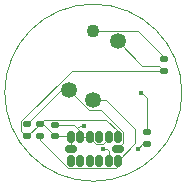
<source format=gbr>
%TF.GenerationSoftware,KiCad,Pcbnew,9.0.0*%
%TF.CreationDate,2025-03-13T16:48:12-04:00*%
%TF.ProjectId,IngestibleCapsule-Board_larger_vias,496e6765-7374-4696-926c-654361707375,rev?*%
%TF.SameCoordinates,Original*%
%TF.FileFunction,Copper,L1,Top*%
%TF.FilePolarity,Positive*%
%FSLAX46Y46*%
G04 Gerber Fmt 4.6, Leading zero omitted, Abs format (unit mm)*
G04 Created by KiCad (PCBNEW 9.0.0) date 2025-03-13 16:48:12*
%MOMM*%
%LPD*%
G01*
G04 APERTURE LIST*
G04 Aperture macros list*
%AMRoundRect*
0 Rectangle with rounded corners*
0 $1 Rounding radius*
0 $2 $3 $4 $5 $6 $7 $8 $9 X,Y pos of 4 corners*
0 Add a 4 corners polygon primitive as box body*
4,1,4,$2,$3,$4,$5,$6,$7,$8,$9,$2,$3,0*
0 Add four circle primitives for the rounded corners*
1,1,$1+$1,$2,$3*
1,1,$1+$1,$4,$5*
1,1,$1+$1,$6,$7*
1,1,$1+$1,$8,$9*
0 Add four rect primitives between the rounded corners*
20,1,$1+$1,$2,$3,$4,$5,0*
20,1,$1+$1,$4,$5,$6,$7,0*
20,1,$1+$1,$6,$7,$8,$9,0*
20,1,$1+$1,$8,$9,$2,$3,0*%
G04 Aperture macros list end*
%TA.AperFunction,SMDPad,CuDef*%
%ADD10RoundRect,0.150000X-0.150000X0.325000X-0.150000X-0.325000X0.150000X-0.325000X0.150000X0.325000X0*%
%TD*%
%TA.AperFunction,SMDPad,CuDef*%
%ADD11RoundRect,0.150000X-0.325000X0.150000X-0.325000X-0.150000X0.325000X-0.150000X0.325000X0.150000X0*%
%TD*%
%TA.AperFunction,SMDPad,CuDef*%
%ADD12RoundRect,0.135000X0.185000X-0.135000X0.185000X0.135000X-0.185000X0.135000X-0.185000X-0.135000X0*%
%TD*%
%TA.AperFunction,SMDPad,CuDef*%
%ADD13RoundRect,0.140000X0.170000X-0.140000X0.170000X0.140000X-0.170000X0.140000X-0.170000X-0.140000X0*%
%TD*%
%TA.AperFunction,SMDPad,CuDef*%
%ADD14RoundRect,0.135000X-0.185000X0.135000X-0.185000X-0.135000X0.185000X-0.135000X0.185000X0.135000X0*%
%TD*%
%TA.AperFunction,ComponentPad*%
%ADD15C,1.350000*%
%TD*%
%TA.AperFunction,ComponentPad*%
%ADD16C,1.100000*%
%TD*%
%TA.AperFunction,ViaPad*%
%ADD17C,0.450000*%
%TD*%
%TA.AperFunction,Conductor*%
%ADD18C,0.100000*%
%TD*%
%TA.AperFunction,Profile*%
%ADD19C,0.050000*%
%TD*%
G04 APERTURE END LIST*
D10*
%TO.P,U3,1,Vdd_I/O*%
%TO.N,I2C_VDD*%
X102100000Y-98750000D03*
%TO.P,U3,2,GND*%
%TO.N,I2C_GND*%
X101300000Y-98750000D03*
%TO.P,U3,3,RES*%
%TO.N,unconnected-(U3-RES-Pad3)*%
X100500000Y-98750000D03*
%TO.P,U3,4,GND*%
%TO.N,I2C_GND*%
X99700000Y-98750000D03*
%TO.P,U3,5,GND*%
X98900000Y-98750000D03*
%TO.P,U3,6,Vs*%
%TO.N,I2C_VDD*%
X98100000Y-98750000D03*
D11*
%TO.P,U3,7,~{CS}*%
X98100000Y-99750000D03*
D10*
%TO.P,U3,8,INT1*%
%TO.N,unconnected-(U3-INT1-Pad8)*%
X98100000Y-100750000D03*
%TO.P,U3,9,INT2*%
%TO.N,unconnected-(U3-INT2-Pad9)*%
X98900000Y-100750000D03*
%TO.P,U3,10,NC*%
%TO.N,unconnected-(U3-NC-Pad10)*%
X99700000Y-100750000D03*
%TO.P,U3,11,RES*%
%TO.N,unconnected-(U3-RES-Pad11)*%
X100500000Y-100750000D03*
%TO.P,U3,12,SDO/ADDR*%
%TO.N,Net-(U3-SDO{slash}ADDR)*%
X101300000Y-100750000D03*
%TO.P,U3,13,SDA/SDI/SDIO*%
%TO.N,/SEN_I2C_SDA*%
X102100000Y-100750000D03*
D11*
%TO.P,U3,14,SCL/SCLK*%
%TO.N,/SEN_I2C_SCL*%
X102100000Y-99750000D03*
%TD*%
D12*
%TO.P,R6,1*%
%TO.N,I2C_VDD*%
X94350000Y-98710000D03*
%TO.P,R6,2*%
%TO.N,/SEN_I2C_SCL*%
X94350000Y-97690000D03*
%TD*%
D13*
%TO.P,C12,1*%
%TO.N,I2C_VDD*%
X96750000Y-98680000D03*
%TO.P,C12,2*%
%TO.N,I2C_GND*%
X96750000Y-97720000D03*
%TD*%
D14*
%TO.P,R7,1*%
%TO.N,I2C_VDD*%
X95450000Y-97680000D03*
%TO.P,R7,2*%
%TO.N,/SEN_I2C_SDA*%
X95450000Y-98700000D03*
%TD*%
D15*
%TO.P,U2,1,SDA*%
%TO.N,/SEN_I2C_SDA*%
X100000000Y-95600000D03*
%TO.P,U2,2,VDD*%
%TO.N,I2C_VDD*%
X102065000Y-90615000D03*
D16*
%TO.P,U2,3,GND*%
%TO.N,I2C_GND*%
X100000000Y-89760000D03*
D15*
%TO.P,U2,4,SCL*%
%TO.N,/SEN_I2C_SCL*%
X97935000Y-94745000D03*
%TD*%
D13*
%TO.P,C13,1*%
%TO.N,I2C_VDD*%
X106000000Y-93130000D03*
%TO.P,C13,2*%
%TO.N,I2C_GND*%
X106000000Y-92170000D03*
%TD*%
D14*
%TO.P,R5,1*%
%TO.N,I2C_GND*%
X104550000Y-98330000D03*
%TO.P,R5,2*%
%TO.N,Net-(U3-SDO{slash}ADDR)*%
X104550000Y-99350000D03*
%TD*%
D17*
%TO.N,I2C_GND*%
X104059900Y-95003004D03*
X99190000Y-97820000D03*
%TO.N,Net-(U3-SDO{slash}ADDR)*%
X103750000Y-99750000D03*
X100820000Y-99770000D03*
%TD*%
D18*
%TO.N,/SEN_I2C_SCL*%
X94350000Y-97690000D02*
X97295000Y-94745000D01*
%TO.N,/SEN_I2C_SDA*%
X95450000Y-98700000D02*
X95450000Y-99004836D01*
%TO.N,/SEN_I2C_SCL*%
X99616000Y-96426000D02*
X97935000Y-94745000D01*
X102551000Y-99299000D02*
X102551000Y-98296164D01*
%TO.N,/SEN_I2C_SDA*%
X103550000Y-99300000D02*
X103550000Y-98050000D01*
%TO.N,/SEN_I2C_SCL*%
X102551000Y-98296164D02*
X100680836Y-96426000D01*
X97295000Y-94745000D02*
X97935000Y-94745000D01*
%TO.N,/SEN_I2C_SDA*%
X101948999Y-101376000D02*
X102100000Y-101224999D01*
X97821164Y-101376000D02*
X101948999Y-101376000D01*
%TO.N,I2C_GND*%
X106000000Y-92000000D02*
X103760000Y-89760000D01*
X106000000Y-92170000D02*
X106000000Y-92000000D01*
X99190000Y-97820000D02*
X98855000Y-97820000D01*
%TO.N,I2C_VDD*%
X102100000Y-98750000D02*
X102100000Y-98275001D01*
X98100000Y-98750000D02*
X98100000Y-99750000D01*
%TO.N,I2C_GND*%
X100221164Y-99376000D02*
X99700000Y-98854836D01*
X96750000Y-97720000D02*
X98344999Y-97720000D01*
X99700000Y-98854836D02*
X99700000Y-98750000D01*
X98649999Y-98025001D02*
X98900000Y-98275001D01*
%TO.N,I2C_VDD*%
X93879000Y-97432792D02*
X93879000Y-98239000D01*
X106000000Y-93130000D02*
X98181792Y-93130000D01*
%TO.N,I2C_GND*%
X98855000Y-97820000D02*
X98649999Y-98025001D01*
%TO.N,I2C_VDD*%
X95450000Y-97680000D02*
X95750000Y-97680000D01*
X98030000Y-98680000D02*
X98100000Y-98750000D01*
X104160000Y-92710000D02*
X102065000Y-90615000D01*
X105580000Y-92710000D02*
X104160000Y-92710000D01*
X94350000Y-98710000D02*
X94420000Y-98710000D01*
X98181792Y-93130000D02*
X93879000Y-97432792D01*
X102100000Y-98275001D02*
X101113999Y-97289000D01*
%TO.N,I2C_GND*%
X104103004Y-95003004D02*
X104550000Y-95450000D01*
%TO.N,Net-(U3-SDO{slash}ADDR)*%
X101300000Y-99900000D02*
X101300000Y-100750000D01*
X104150000Y-99350000D02*
X104550000Y-99350000D01*
%TO.N,/SEN_I2C_SDA*%
X103550000Y-98050000D02*
X101100000Y-95600000D01*
X102100000Y-101224999D02*
X102100000Y-100750000D01*
%TO.N,I2C_GND*%
X98900000Y-98275001D02*
X98900000Y-98750000D01*
X101300000Y-98750000D02*
X101300000Y-98854836D01*
X103760000Y-89760000D02*
X100000000Y-89760000D01*
%TO.N,I2C_VDD*%
X101113999Y-97289000D02*
X95841000Y-97289000D01*
X96750000Y-98680000D02*
X98030000Y-98680000D01*
%TO.N,I2C_GND*%
X98344999Y-97720000D02*
X98649999Y-98025001D01*
%TO.N,Net-(U3-SDO{slash}ADDR)*%
X100820000Y-99770000D02*
X101170000Y-99770000D01*
%TO.N,I2C_GND*%
X104550000Y-95450000D02*
X104550000Y-98330000D01*
%TO.N,I2C_VDD*%
X106000000Y-93130000D02*
X105580000Y-92710000D01*
%TO.N,I2C_GND*%
X99700000Y-98750000D02*
X98900000Y-98750000D01*
X104059900Y-95003004D02*
X104103004Y-95003004D01*
%TO.N,I2C_VDD*%
X95750000Y-97680000D02*
X96750000Y-98680000D01*
%TO.N,/SEN_I2C_SCL*%
X102100000Y-99750000D02*
X102551000Y-99299000D01*
%TO.N,I2C_VDD*%
X93879000Y-98239000D02*
X94350000Y-98710000D01*
%TO.N,Net-(U3-SDO{slash}ADDR)*%
X103750000Y-99750000D02*
X104150000Y-99350000D01*
%TO.N,I2C_GND*%
X101300000Y-98854836D02*
X100778836Y-99376000D01*
%TO.N,I2C_VDD*%
X94420000Y-98710000D02*
X95450000Y-97680000D01*
X95841000Y-97289000D02*
X95450000Y-97680000D01*
%TO.N,I2C_GND*%
X100778836Y-99376000D02*
X100221164Y-99376000D01*
%TO.N,/SEN_I2C_SCL*%
X100680836Y-96426000D02*
X99616000Y-96426000D01*
%TO.N,/SEN_I2C_SDA*%
X101100000Y-95600000D02*
X100000000Y-95600000D01*
%TO.N,Net-(U3-SDO{slash}ADDR)*%
X101170000Y-99770000D02*
X101300000Y-99900000D01*
%TO.N,/SEN_I2C_SDA*%
X102100000Y-100750000D02*
X103550000Y-99300000D01*
X95450000Y-99004836D02*
X97821164Y-101376000D01*
%TD*%
D19*
X107500000Y-95000000D02*
G75*
G02*
X92500000Y-95000000I-7500000J0D01*
G01*
X92500000Y-95000000D02*
G75*
G02*
X107500000Y-95000000I7500000J0D01*
G01*
M02*

</source>
